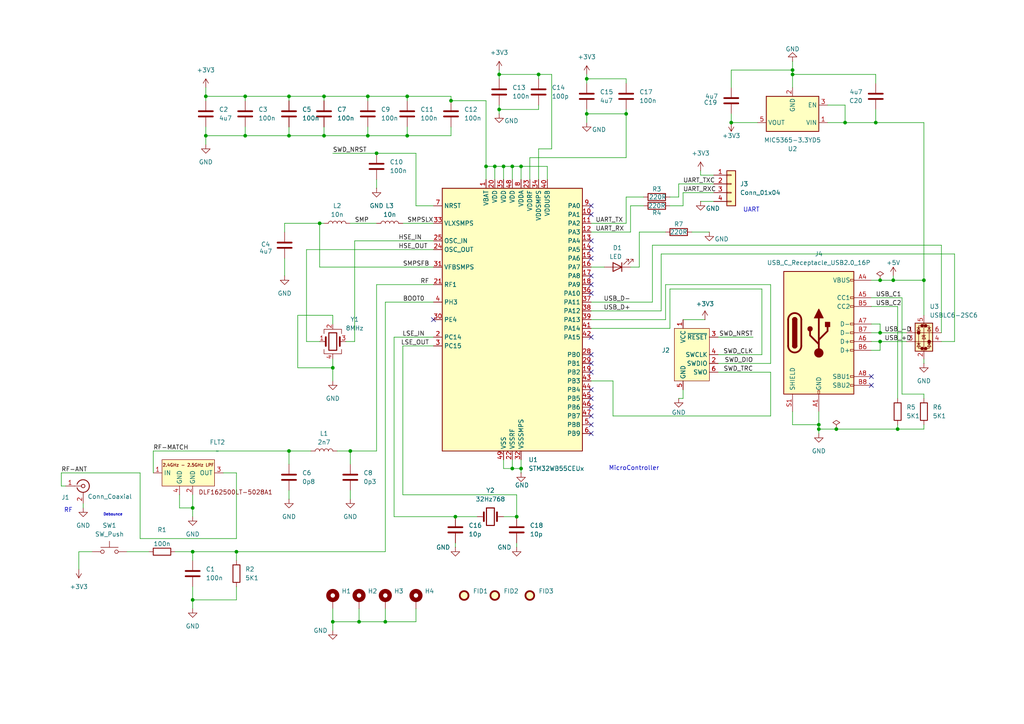
<source format=kicad_sch>
(kicad_sch (version 20250114) (generator "eeschema") (generator_version "9.0")
  (paper "A4")
  (title_block (title "STM32 Microcontroller Board") (comment 1 "By Afolabi Temidayo"))
  (lib_symbols
    (symbol "Connector:Conn_ARM_SWD_TagConnect_TC2030" (in_bom no)
      (property "Reference" "J" (at 2.54 11.43 0))
      (property "Value" "Conn_ARM_SWD_TagConnect_TC2030" (at 5.08 8.89 0))
      (symbol "Conn_ARM_SWD_TagConnect_TC2030_0_0"
        (pin power_in line (at -2.54 10.16 270) (length 2.54) (name "VCC") (number "1"))
        (pin power_in line (at -2.54 -10.16 90) (length 2.54) (name "GND") (number "5"))
        (pin open_collector line (at 7.62 5.08 180) (length 2.54) (name "~{RESET}") (number "3"))
        (pin output line (at 7.62 0 180) (length 2.54) (name "SWCLK") (number "4"))
        (pin bidirectional line (at 7.62 -2.54 180) (length 2.54) (name "SWDIO") (number "2"))
        (pin input line (at 7.62 -5.08 180) (length 2.54) (name "SWO") (number "6"))
      )
    )
    (symbol "Connector:Conn_Coaxial" (pin_names (offset 1.016) (hide yes))
      (property "Reference" "J" (at 0.254 3.048 0))
      (property "Value" "Conn_Coaxial" (at 2.921 0 90))
      (symbol "Conn_Coaxial_1_1"
        (pin passive line (at -5.08 0 0) (length 2.54) (name "In") (number "1"))
        (pin passive line (at 0 -5.08 90) (length 2.54) (name "Ext") (number "2"))
      )
    )
    (symbol "Connector:USB_C_Receptacle_USB2.0_16P" (pin_names (offset 1.016))
      (property "Reference" "J" (at 0 22.225 0))
      (property "Value" "USB_C_Receptacle_USB2.0_16P" (at 0 19.685 0))
      (symbol "USB_C_Receptacle_USB2.0_16P_1_1"
        (pin passive line (at -7.62 -22.86 90) (length 5.08) (name "SHIELD") (number "S1"))
        (pin passive line (at 0 -22.86 90) (length 5.08) (name "GND") (number "A1"))
        (pin passive line (at 0 -22.86 90) (length 5.08) (hide yes) (name "GND") (number "A12"))
        (pin passive line (at 0 -22.86 90) (length 5.08) (hide yes) (name "GND") (number "B1"))
        (pin passive line (at 0 -22.86 90) (length 5.08) (hide yes) (name "GND") (number "B12"))
        (pin passive line (at 15.24 15.24 180) (length 5.08) (name "VBUS") (number "A4"))
        (pin passive line (at 15.24 15.24 180) (length 5.08) (hide yes) (name "VBUS") (number "A9"))
        (pin passive line (at 15.24 15.24 180) (length 5.08) (hide yes) (name "VBUS") (number "B4"))
        (pin passive line (at 15.24 15.24 180) (length 5.08) (hide yes) (name "VBUS") (number "B9"))
        (pin bidirectional line (at 15.24 10.16 180) (length 5.08) (name "CC1") (number "A5"))
        (pin bidirectional line (at 15.24 7.62 180) (length 5.08) (name "CC2") (number "B5"))
        (pin bidirectional line (at 15.24 2.54 180) (length 5.08) (name "D-") (number "A7"))
        (pin bidirectional line (at 15.24 0 180) (length 5.08) (name "D-") (number "B7"))
        (pin bidirectional line (at 15.24 -2.54 180) (length 5.08) (name "D+") (number "A6"))
        (pin bidirectional line (at 15.24 -5.08 180) (length 5.08) (name "D+") (number "B6"))
        (pin bidirectional line (at 15.24 -12.7 180) (length 5.08) (name "SBU1") (number "A8"))
        (pin bidirectional line (at 15.24 -15.24 180) (length 5.08) (name "SBU2") (number "B8"))
      )
    )
    (symbol "Connector_Generic:Conn_01x04" (pin_names (offset 1.016) (hide yes))
      (property "Reference" "J" (at 0 5.08 0))
      (property "Value" "Conn_01x04" (at 0 -7.62 0))
      (symbol "Conn_01x04_1_1"
        (pin passive line (at -5.08 2.54 0) (length 3.81) (name "Pin_1") (number "1"))
        (pin passive line (at -5.08 0 0) (length 3.81) (name "Pin_2") (number "2"))
        (pin passive line (at -5.08 -2.54 0) (length 3.81) (name "Pin_3") (number "3"))
        (pin passive line (at -5.08 -5.08 0) (length 3.81) (name "Pin_4") (number "4"))
      )
    )
    (symbol "DLF162500LT_1"
      (property "Reference" "FLT" (at 1.778 10.16 0))
      (symbol "DLF162500LT_1_0_0"
        (pin passive line (at -7.62 5.08 0) (length 2.54) (name "IN") (number "1"))
        (pin passive line (at 0 -1.27 90) (length 2.54) (name "GND") (number "4"))
        (pin passive line (at 3.81 -1.27 90) (length 2.54) (name "GND") (number "2"))
        (pin passive line (at 12.7 5.08 180) (length 2.54) (name "OUT") (number "3"))
      )
      (symbol "DLF162500LT_1_1_1"
        (text "2.4GHz - 2.5GHz LPF\n" (at 2.54 7.366 0) (effects (font (size 0.889 0.889))))
        (text "DLF162500LT-5028A1\n" (at 16.256 -0.508 0) (effects (font (size 1.27 1.27))))
      )
    )
    (symbol "Device:C" (pin_numbers (hide yes)) (pin_names (offset 0.254))
      (property "Reference" "C" (at 0.635 2.54 0))
      (property "Value" "C" (at 0.635 -2.54 0))
      (symbol "C_1_1"
        (pin passive line (at 0 3.81 270) (length 2.794) (name "~") (number "1"))
        (pin passive line (at 0 -3.81 90) (length 2.794) (name "~") (number "2"))
      )
    )
    (symbol "Device:Crystal" (pin_numbers (hide yes)) (pin_names (offset 1.016) (hide yes))
      (property "Reference" "Y" (at 0 3.81 0))
      (property "Value" "Crystal" (at 0 -3.81 0))
      (symbol "Crystal_1_1"
        (pin passive line (at -3.81 0 0) (length 1.27) (name "1") (number "1"))
        (pin passive line (at 3.81 0 180) (length 1.27) (name "2") (number "2"))
      )
    )
    (symbol "Device:Crystal_GND24" (pin_names (offset 1.016) (hide yes))
      (property "Reference" "Y" (at 3.175 5.08 0))
      (property "Value" "Crystal_GND24" (at 3.175 3.175 0))
      (symbol "Crystal_GND24_1_1"
        (pin passive line (at -3.81 0 0) (length 1.27) (name "1") (number "1"))
        (pin passive line (at 0 5.08 270) (length 1.27) (name "2") (number "2"))
        (pin passive line (at 0 -5.08 90) (length 1.27) (name "4") (number "4"))
        (pin passive line (at 3.81 0 180) (length 1.27) (name "3") (number "3"))
      )
    )
    (symbol "Device:L" (pin_numbers (hide yes)) (pin_names (offset 1.016) (hide yes))
      (property "Reference" "L" (at -1.27 0 90))
      (property "Value" "L" (at 1.905 0 90))
      (symbol "L_1_1"
        (pin passive line (at 0 3.81 270) (length 1.27) (name "1") (number "1"))
        (pin passive line (at 0 -3.81 90) (length 1.27) (name "2") (number "2"))
      )
    )
    (symbol "Device:LED" (pin_numbers (hide yes)) (pin_names (offset 1.016) (hide yes))
      (property "Reference" "D" (at 0 2.54 0))
      (property "Value" "LED" (at 0 -2.54 0))
      (symbol "LED_1_1"
        (pin passive line (at -3.81 0 0) (length 2.54) (name "K") (number "1"))
        (pin passive line (at 3.81 0 180) (length 2.54) (name "A") (number "2"))
      )
    )
    (symbol "Device:R" (pin_numbers (hide yes)) (pin_names (offset 0))
      (property "Reference" "R" (at 2.032 0 90))
      (property "Value" "R" (at 0 0 90))
      (symbol "R_1_1"
        (pin passive line (at 0 3.81 270) (length 1.27) (name "~") (number "1"))
        (pin passive line (at 0 -3.81 90) (length 1.27) (name "~") (number "2"))
      )
    )
    (symbol "MCU_ST_STM32WB:STM32WB55CEUx"
      (property "Reference" "U" (at -20.32 39.37 0))
      (property "Value" "STM32WB55CEUx" (at 12.7 39.37 0))
      (symbol "STM32WB55CEUx_1_1"
        (pin input line (at -22.86 33.02 0) (length 2.54) (name "NRST") (number "7"))
        (pin power_in line (at -22.86 27.94 0) (length 2.54) (name "VLXSMPS") (number "33"))
        (pin input line (at -22.86 22.86 0) (length 2.54) (name "OSC_IN") (number "25"))
        (pin input line (at -22.86 20.32 0) (length 2.54) (name "OSC_OUT") (number "24"))
        (pin input line (at -22.86 15.24 0) (length 2.54) (name "VFBSMPS") (number "31"))
        (pin bidirectional line (at -22.86 10.16 0) (length 2.54) (name "RF1") (number "21"))
        (pin bidirectional line (at -22.86 5.08 0) (length 2.54) (name "PH3") (number "4"))
        (pin bidirectional line (at -22.86 0 0) (length 2.54) (name "PE4") (number "30"))
        (pin bidirectional line (at -22.86 -5.08 0) (length 2.54) (name "PC14") (number "2"))
        (pin bidirectional line (at -22.86 -7.62 0) (length 2.54) (name "PC15") (number "3"))
        (pin no_connect line (at -20.32 -35.56 0) (length 2.54) (hide yes) (name "AT1") (number "27"))
        (pin no_connect line (at -20.32 -38.1 0) (length 2.54) (hide yes) (name "AT0") (number "26"))
        (pin power_in line (at -7.62 40.64 270) (length 2.54) (name "VBAT") (number "1"))
        (pin power_in line (at -5.08 40.64 270) (length 2.54) (name "VDD") (number "20"))
        (pin power_in line (at -2.54 40.64 270) (length 2.54) (name "VDD") (number "35"))
        (pin power_in line (at -2.54 -40.64 90) (length 2.54) (name "VSS") (number "49"))
        (pin power_in line (at 0 40.64 270) (length 2.54) (name "VDD") (number "48"))
        (pin power_in line (at 0 -40.64 90) (length 2.54) (name "VSSRF") (number "22"))
        (pin power_in line (at 2.54 40.64 270) (length 2.54) (name "VDDA") (number "8"))
        (pin power_in line (at 2.54 -40.64 90) (length 2.54) (name "VSSSMPS") (number "32"))
        (pin power_in line (at 5.08 40.64 270) (length 2.54) (name "VDDRF") (number "23"))
        (pin power_in line (at 7.62 40.64 270) (length 2.54) (name "VDDSMPS") (number "34"))
        (pin power_in line (at 10.16 40.64 270) (length 2.54) (name "VDDUSB") (number "40"))
        (pin bidirectional line (at 22.86 33.02 180) (length 2.54) (name "PA0") (number "9"))
        (pin bidirectional line (at 22.86 30.48 180) (length 2.54) (name "PA1") (number "10"))
        (pin bidirectional line (at 22.86 27.94 180) (length 2.54) (name "PA2") (number "11"))
        (pin bidirectional line (at 22.86 25.4 180) (length 2.54) (name "PA3") (number "12"))
        (pin bidirectional line (at 22.86 22.86 180) (length 2.54) (name "PA4") (number "13"))
        (pin bidirectional line (at 22.86 20.32 180) (length 2.54) (name "PA5") (number "14"))
        (pin bidirectional line (at 22.86 17.78 180) (length 2.54) (name "PA6") (number "15"))
        (pin bidirectional line (at 22.86 15.24 180) (length 2.54) (name "PA7") (number "16"))
        (pin bidirectional line (at 22.86 12.7 180) (length 2.54) (name "PA8") (number "17"))
        (pin bidirectional line (at 22.86 10.16 180) (length 2.54) (name "PA9") (number "18"))
        (pin bidirectional line (at 22.86 7.62 180) (length 2.54) (name "PA10") (number "36"))
        (pin bidirectional line (at 22.86 5.08 180) (length 2.54) (name "PA11") (number "37"))
        (pin bidirectional line (at 22.86 2.54 180) (length 2.54) (name "PA12") (number "38"))
        (pin bidirectional line (at 22.86 0 180) (length 2.54) (name "PA13") (number "39"))
        (pin bidirectional line (at 22.86 -2.54 180) (length 2.54) (name "PA14") (number "41"))
        (pin bidirectional line (at 22.86 -5.08 180) (length 2.54) (name "PA15") (number "42"))
        (pin bidirectional line (at 22.86 -10.16 180) (length 2.54) (name "PB0") (number "28"))
        (pin bidirectional line (at 22.86 -12.7 180) (length 2.54) (name "PB1") (number "29"))
        (pin bidirectional line (at 22.86 -15.24 180) (length 2.54) (name "PB2") (number "19"))
        (pin bidirectional line (at 22.86 -17.78 180) (length 2.54) (name "PB3") (number "43"))
        (pin bidirectional line (at 22.86 -20.32 180) (length 2.54) (name "PB4") (number "44"))
        (pin bidirectional line (at 22.86 -22.86 180) (length 2.54) (name "PB5") (number "45"))
        (pin bidirectional line (at 22.86 -25.4 180) (length 2.54) (name "PB6") (number "46"))
        (pin bidirectional line (at 22.86 -27.94 180) (length 2.54) (name "PB7") (number "47"))
        (pin bidirectional line (at 22.86 -30.48 180) (length 2.54) (name "PB8") (number "5"))
        (pin bidirectional line (at 22.86 -33.02 180) (length 2.54) (name "PB9") (number "6"))
      )
    )
    (symbol "Mechanical:Fiducial" (in_bom no)
      (property "Reference" "FID" (at 0 5.08 0))
      (property "Value" "Fiducial" (at 0 3.175 0))
    )
    (symbol "Mechanical:MountingHole_Pad" (pin_numbers (hide yes)) (pin_names (offset 1.016) (hide yes)) (in_bom no)
      (property "Reference" "H" (at 0 6.35 0))
      (property "Value" "MountingHole_Pad" (at 0 4.445 0))
      (symbol "MountingHole_Pad_1_1"
        (pin input line (at 0 -2.54 90) (length 2.54) (name "1") (number "1"))
      )
    )
    (symbol "Power_Protection:USBLC6-2SC6" (pin_names (hide yes))
      (property "Reference" "U" (at 0.635 5.715 0))
      (property "Value" "USBLC6-2SC6" (at 0.635 3.81 0))
      (symbol "USBLC6-2SC6_1_1"
        (pin passive line (at -5.08 0 0) (length 2.54) (name "I/O1") (number "1"))
        (pin passive line (at -5.08 -2.54 0) (length 2.54) (name "I/O2") (number "3"))
        (pin passive line (at 0 5.08 270) (length 2.54) (name "VBUS") (number "5"))
        (pin passive line (at 0 -7.62 90) (length 2.54) (name "GND") (number "2"))
        (pin passive line (at 5.08 0 180) (length 2.54) (name "I/O1") (number "6"))
        (pin passive line (at 5.08 -2.54 180) (length 2.54) (name "I/O2") (number "4"))
      )
    )
    (symbol "Regulator_Linear:MIC5365-3.3YD5"
      (property "Reference" "U" (at -7.62 6.35 0))
      (property "Value" "MIC5365-3.3YD5" (at 0 6.35 0))
      (symbol "MIC5365-3.3YD5_1_1"
        (pin power_in line (at -10.16 2.54 0) (length 2.54) (name "VIN") (number "1"))
        (pin input line (at -10.16 -2.54 0) (length 2.54) (name "EN") (number "3"))
        (pin power_in line (at 0 -7.62 90) (length 2.54) (name "GND") (number "2"))
        (pin no_connect line (at 7.62 -2.54 180) (length 2.54) (hide yes) (name "NC") (number "4"))
        (pin power_out line (at 10.16 2.54 180) (length 2.54) (name "VOUT") (number "5"))
      )
    )
    (symbol "Switch:SW_Push" (pin_numbers (hide yes)) (pin_names (offset 1.016) (hide yes))
      (property "Reference" "SW" (at 1.27 2.54 0))
      (property "Value" "SW_Push" (at 0 -1.524 0))
      (symbol "SW_Push_0_1"
        (pin passive line (at -5.08 0 0) (length 2.54) (name "1") (number "1"))
        (pin passive line (at 5.08 0 180) (length 2.54) (name "2") (number "2"))
      )
    )
    (symbol "power:+3V3" (power) (pin_numbers (hide yes)) (pin_names (offset 0) (hide yes))
      (property "Value" "+3V3" (at 0 3.556 0))
      (symbol "+3V3_1_1"
        (pin power_in line (at 0 0 90) (length 0) (name "~") (number "1"))
      )
    )
    (symbol "power:+5V" (power) (pin_numbers (hide yes)) (pin_names (offset 0) (hide yes))
      (property "Value" "+5V" (at 0 3.556 0))
      (symbol "+5V_1_1"
        (pin power_in line (at 0 0 90) (length 0) (name "~") (number "1"))
      )
    )
    (symbol "power:GND" (power) (pin_numbers (hide yes)) (pin_names (offset 0) (hide yes))
      (property "Value" "GND" (at 0 -3.81 0))
      (symbol "GND_1_1"
        (pin power_in line (at 0 0 270) (length 0) (name "~") (number "1"))
      )
    )
    (symbol "power:PWR_FLAG" (power) (pin_numbers (hide yes)) (pin_names (offset 0) (hide yes))
      (property "Value" "PWR_FLAG" (at 0 3.81 0))
      (symbol "PWR_FLAG_0_0"
        (pin power_out line (at 0 0 90) (length 0) (name "~") (number "1"))
      )
    )
  )
  (text "Debounce\n" (at 32.766 149.352 0) (effects (font (size 0.762 0.762))))
  (text "MicroController\n" (at 183.896 135.89 0) (effects (font (size 1.27 1.27))))
  (text "UART\n" (at 217.932 60.96 0) (effects (font (size 1.27 1.27))))
  (text "RF\n" (at 19.812 148.082 0) (effects (font (size 1.27 1.27))))
  (junction (at 59.69 39.37))
  (junction (at 93.98 39.37))
  (junction (at 267.97 81.28))
  (junction (at 83.82 130.81))
  (junction (at 148.59 48.26))
  (junction (at 212.09 35.56))
  (junction (at 59.69 27.94))
  (junction (at 55.88 147.32))
  (junction (at 55.88 160.02))
  (junction (at 71.12 39.37))
  (junction (at 245.11 35.56))
  (junction (at 237.49 123.19))
  (junction (at 255.27 99.06))
  (junction (at 104.14 180.34))
  (junction (at 242.57 124.46))
  (junction (at 254 35.56))
  (junction (at 181.61 33.02))
  (junction (at 101.6 130.81))
  (junction (at 68.58 160.02))
  (junction (at 229.87 20.32))
  (junction (at 255.27 96.52))
  (junction (at 106.68 39.37))
  (junction (at 140.97 48.26))
  (junction (at 118.11 39.37))
  (junction (at 55.88 173.99))
  (junction (at 255.27 81.28))
  (junction (at 143.51 48.26))
  (junction (at 130.81 29.21))
  (junction (at 237.49 124.46))
  (junction (at 96.52 180.34))
  (junction (at 156.21 21.59))
  (junction (at 106.68 27.94))
  (junction (at 132.08 149.86))
  (junction (at 109.22 44.45))
  (junction (at 92.71 64.77))
  (junction (at 146.05 48.26))
  (junction (at 83.82 39.37))
  (junction (at 151.13 48.26))
  (junction (at 170.18 22.86))
  (junction (at 118.11 27.94))
  (junction (at 229.87 21.59))
  (junction (at 260.35 124.46))
  (junction (at 151.13 135.89))
  (junction (at 148.59 135.89))
  (junction (at 71.12 27.94))
  (junction (at 149.86 149.86))
  (junction (at 144.78 31.75))
  (junction (at 259.08 81.28))
  (junction (at 170.18 33.02))
  (junction (at 144.78 21.59))
  (junction (at 96.52 106.68))
  (junction (at 83.82 27.94))
  (junction (at 93.98 27.94))
  (junction (at 111.76 180.34))
  (no_connect (at 171.45 123.19))
  (no_connect (at 125.73 92.71))
  (no_connect (at 171.45 120.65))
  (no_connect (at 171.45 115.57))
  (no_connect (at 171.45 125.73))
  (no_connect (at 171.45 82.55))
  (no_connect (at 252.73 111.76))
  (no_connect (at 171.45 85.09))
  (no_connect (at 171.45 62.23))
  (no_connect (at 171.45 59.69))
  (no_connect (at 171.45 118.11))
  (no_connect (at 171.45 102.87))
  (no_connect (at 171.45 80.01))
  (no_connect (at 171.45 113.03))
  (no_connect (at 171.45 74.93))
  (no_connect (at 171.45 105.41))
  (no_connect (at 171.45 107.95))
  (no_connect (at 252.73 109.22))
  (no_connect (at 171.45 97.79))
  (no_connect (at 171.45 72.39))
  (no_connect (at 171.45 69.85))
  (wire (pts (xy 185.42 67.31) (xy 185.42 77.47)))
  (wire (pts (xy 111.76 176.53) (xy 111.76 180.34)))
  (wire (pts (xy 71.12 39.37) (xy 83.82 39.37)))
  (wire (pts (xy 229.87 25.4) (xy 229.87 21.59)))
  (wire (pts (xy 82.55 64.77) (xy 92.71 64.77)))
  (wire (pts (xy 203.2 50.8) (xy 207.01 50.8)))
  (wire (pts (xy 149.86 157.48) (xy 149.86 158.75)))
  (wire (pts (xy 144.78 30.48) (xy 144.78 31.75)))
  (wire (pts (xy 255.27 93.98) (xy 255.27 96.52)))
  (wire (pts (xy 59.69 39.37) (xy 71.12 39.37)))
  (wire (pts (xy 203.2 49.53) (xy 203.2 50.8)))
  (wire (pts (xy 223.52 105.41) (xy 223.52 82.55)))
  (wire (pts (xy 88.9 72.39) (xy 125.73 72.39)))
  (wire (pts (xy 148.59 48.26) (xy 151.13 48.26)))
  (wire (pts (xy 132.08 149.86) (xy 138.43 149.86)))
  (wire (pts (xy 114.3 149.86) (xy 132.08 149.86)))
  (wire (pts (xy 17.78 140.97) (xy 19.05 140.97)))
  (wire (pts (xy 59.69 39.37) (xy 59.69 41.91)))
  (wire (pts (xy 59.69 36.83) (xy 59.69 39.37)))
  (wire (pts (xy 55.88 173.99) (xy 68.58 173.99)))
  (wire (pts (xy 146.05 133.35) (xy 146.05 135.89)))
  (wire (pts (xy 118.11 27.94) (xy 118.11 29.21)))
  (wire (pts (xy 170.18 33.02) (xy 181.61 33.02)))
  (wire (pts (xy 254 24.13) (xy 254 21.59)))
  (wire (pts (xy 196.85 53.34) (xy 207.01 53.34)))
  (wire (pts (xy 104.14 180.34) (xy 111.76 180.34)))
  (wire (pts (xy 177.8 110.49) (xy 177.8 120.65)))
  (wire (pts (xy 149.86 143.51) (xy 149.86 149.86)))
  (wire (pts (xy 149.86 149.86) (xy 146.05 149.86)))
  (wire (pts (xy 194.31 57.15) (xy 196.85 57.15)))
  (wire (pts (xy 194.31 95.25) (xy 194.31 83.82)))
  (wire (pts (xy 191.77 73.66) (xy 276.86 73.66)))
  (wire (pts (xy 86.36 106.68) (xy 96.52 106.68)))
  (wire (pts (xy 198.12 115.57) (xy 198.12 113.03)))
  (wire (pts (xy 252.73 93.98) (xy 255.27 93.98)))
  (wire (pts (xy 109.22 82.55) (xy 125.73 82.55)))
  (wire (pts (xy 71.12 36.83) (xy 71.12 39.37)))
  (wire (pts (xy 153.67 52.07) (xy 153.67 45.72)))
  (wire (pts (xy 267.97 35.56) (xy 267.97 81.28)))
  (wire (pts (xy 151.13 48.26) (xy 158.75 48.26)))
  (wire (pts (xy 102.87 69.85) (xy 102.87 99.06)))
  (wire (pts (xy 273.05 71.12) (xy 273.05 96.52)))
  (wire (pts (xy 245.11 35.56) (xy 254 35.56)))
  (wire (pts (xy 240.03 35.56) (xy 245.11 35.56)))
  (wire (pts (xy 44.45 137.16) (xy 44.45 130.81)))
  (wire (pts (xy 106.68 39.37) (xy 118.11 39.37)))
  (wire (pts (xy 229.87 20.32) (xy 229.87 21.59)))
  (wire (pts (xy 189.23 71.12) (xy 273.05 71.12)))
  (wire (pts (xy 170.18 21.59) (xy 170.18 22.86)))
  (wire (pts (xy 132.08 157.48) (xy 132.08 158.75)))
  (wire (pts (xy 171.45 90.17) (xy 191.77 90.17)))
  (wire (pts (xy 151.13 135.89) (xy 151.13 137.16)))
  (wire (pts (xy 116.84 64.77) (xy 125.73 64.77)))
  (wire (pts (xy 254 35.56) (xy 254 31.75)))
  (wire (pts (xy 116.84 100.33) (xy 116.84 143.51)))
  (wire (pts (xy 118.11 36.83) (xy 118.11 39.37)))
  (wire (pts (xy 170.18 22.86) (xy 181.61 22.86)))
  (wire (pts (xy 92.71 77.47) (xy 125.73 77.47)))
  (wire (pts (xy 252.73 99.06) (xy 255.27 99.06)))
  (wire (pts (xy 259.08 81.28) (xy 267.97 81.28)))
  (wire (pts (xy 93.98 27.94) (xy 93.98 29.21)))
  (wire (pts (xy 170.18 31.75) (xy 170.18 33.02)))
  (wire (pts (xy 97.79 130.81) (xy 101.6 130.81)))
  (wire (pts (xy 104.14 176.53) (xy 104.14 180.34)))
  (wire (pts (xy 276.86 99.06) (xy 273.05 99.06)))
  (wire (pts (xy 50.8 160.02) (xy 55.88 160.02)))
  (wire (pts (xy 55.88 147.32) (xy 52.07 147.32)))
  (wire (pts (xy 44.45 130.81) (xy 83.82 130.81)))
  (wire (pts (xy 71.12 27.94) (xy 83.82 27.94)))
  (wire (pts (xy 189.23 87.63) (xy 171.45 87.63)))
  (wire (pts (xy 223.52 82.55) (xy 193.04 82.55)))
  (wire (pts (xy 198.12 115.57) (xy 196.85 115.57)))
  (wire (pts (xy 111.76 87.63) (xy 111.76 160.02)))
  (wire (pts (xy 114.3 97.79) (xy 114.3 149.86)))
  (wire (pts (xy 96.52 106.68) (xy 96.52 104.14)))
  (wire (pts (xy 106.68 27.94) (xy 118.11 27.94)))
  (wire (pts (xy 229.87 17.78) (xy 229.87 20.32)))
  (wire (pts (xy 254 21.59) (xy 229.87 21.59)))
  (wire (pts (xy 93.98 36.83) (xy 93.98 39.37)))
  (wire (pts (xy 68.58 156.21) (xy 40.64 156.21)))
  (wire (pts (xy 96.52 180.34) (xy 104.14 180.34)))
  (wire (pts (xy 156.21 52.07) (xy 156.21 43.18)))
  (wire (pts (xy 261.62 114.3) (xy 267.97 114.3)))
  (wire (pts (xy 96.52 106.68) (xy 96.52 110.49)))
  (wire (pts (xy 223.52 120.65) (xy 223.52 107.95)))
  (wire (pts (xy 88.9 72.39) (xy 88.9 99.06)))
  (wire (pts (xy 88.9 99.06) (xy 92.71 99.06)))
  (wire (pts (xy 68.58 160.02) (xy 55.88 160.02)))
  (wire (pts (xy 181.61 22.86) (xy 181.61 24.13)))
  (wire (pts (xy 101.6 64.77) (xy 109.22 64.77)))
  (wire (pts (xy 185.42 67.31) (xy 193.04 67.31)))
  (wire (pts (xy 83.82 27.94) (xy 83.82 29.21)))
  (wire (pts (xy 82.55 64.77) (xy 82.55 67.31)))
  (wire (pts (xy 153.67 45.72) (xy 181.61 45.72)))
  (wire (pts (xy 259.08 80.01) (xy 259.08 81.28)))
  (wire (pts (xy 148.59 48.26) (xy 148.59 52.07)))
  (wire (pts (xy 181.61 57.15) (xy 181.61 64.77)))
  (wire (pts (xy 118.11 39.37) (xy 130.81 39.37)))
  (wire (pts (xy 83.82 27.94) (xy 93.98 27.94)))
  (wire (pts (xy 200.66 67.31) (xy 205.74 67.31)))
  (wire (pts (xy 101.6 142.24) (xy 101.6 144.78)))
  (wire (pts (xy 212.09 20.32) (xy 212.09 25.4)))
  (wire (pts (xy 229.87 123.19) (xy 237.49 123.19)))
  (wire (pts (xy 254 35.56) (xy 267.97 35.56)))
  (wire (pts (xy 242.57 124.46) (xy 237.49 124.46)))
  (wire (pts (xy 170.18 33.02) (xy 170.18 35.56)))
  (wire (pts (xy 68.58 162.56) (xy 68.58 160.02)))
  (wire (pts (xy 208.28 107.95) (xy 223.52 107.95)))
  (wire (pts (xy 156.21 30.48) (xy 156.21 31.75)))
  (wire (pts (xy 86.36 91.44) (xy 86.36 106.68)))
  (wire (pts (xy 276.86 73.66) (xy 276.86 99.06)))
  (wire (pts (xy 267.97 124.46) (xy 260.35 124.46)))
  (wire (pts (xy 125.73 100.33) (xy 116.84 100.33)))
  (wire (pts (xy 143.51 48.26) (xy 146.05 48.26)))
  (wire (pts (xy 120.65 59.69) (xy 125.73 59.69)))
  (wire (pts (xy 68.58 173.99) (xy 68.58 170.18)))
  (wire (pts (xy 17.78 137.16) (xy 17.78 140.97)))
  (wire (pts (xy 260.35 88.9) (xy 260.35 115.57)))
  (wire (pts (xy 156.21 31.75) (xy 144.78 31.75)))
  (wire (pts (xy 93.98 64.77) (xy 92.71 64.77)))
  (wire (pts (xy 252.73 81.28) (xy 255.27 81.28)))
  (wire (pts (xy 171.45 110.49) (xy 177.8 110.49)))
  (wire (pts (xy 194.31 83.82) (xy 220.98 83.82)))
  (wire (pts (xy 240.03 30.48) (xy 245.11 30.48)))
  (wire (pts (xy 160.02 21.59) (xy 156.21 21.59)))
  (wire (pts (xy 96.52 93.98) (xy 96.52 91.44)))
  (wire (pts (xy 106.68 27.94) (xy 106.68 29.21)))
  (wire (pts (xy 144.78 31.75) (xy 144.78 33.02)))
  (wire (pts (xy 198.12 59.69) (xy 194.31 59.69)))
  (wire (pts (xy 140.97 48.26) (xy 143.51 48.26)))
  (wire (pts (xy 160.02 43.18) (xy 160.02 21.59)))
  (wire (pts (xy 212.09 35.56) (xy 212.09 33.02)))
  (wire (pts (xy 64.77 137.16) (xy 68.58 137.16)))
  (wire (pts (xy 83.82 142.24) (xy 83.82 144.78)))
  (wire (pts (xy 237.49 123.19) (xy 237.49 124.46)))
  (wire (pts (xy 252.73 101.6) (xy 255.27 101.6)))
  (wire (pts (xy 111.76 87.63) (xy 125.73 87.63)))
  (wire (pts (xy 130.81 39.37) (xy 130.81 36.83)))
  (wire (pts (xy 156.21 43.18) (xy 160.02 43.18)))
  (wire (pts (xy 181.61 57.15) (xy 186.69 57.15)))
  (wire (pts (xy 55.88 147.32) (xy 55.88 149.86)))
  (wire (pts (xy 130.81 29.21) (xy 130.81 27.94)))
  (wire (pts (xy 116.84 143.51) (xy 149.86 143.51)))
  (wire (pts (xy 106.68 36.83) (xy 106.68 39.37)))
  (wire (pts (xy 111.76 180.34) (xy 120.65 180.34)))
  (wire (pts (xy 171.45 77.47) (xy 175.26 77.47)))
  (wire (pts (xy 148.59 135.89) (xy 151.13 135.89)))
  (wire (pts (xy 181.61 45.72) (xy 181.61 33.02)))
  (wire (pts (xy 102.87 69.85) (xy 125.73 69.85)))
  (wire (pts (xy 40.64 156.21) (xy 40.64 137.16)))
  (wire (pts (xy 255.27 101.6) (xy 255.27 99.06)))
  (wire (pts (xy 146.05 48.26) (xy 148.59 48.26)))
  (wire (pts (xy 255.27 96.52) (xy 262.89 96.52)))
  (wire (pts (xy 198.12 55.88) (xy 198.12 59.69)))
  (wire (pts (xy 261.62 86.36) (xy 261.62 114.3)))
  (wire (pts (xy 83.82 39.37) (xy 93.98 39.37)))
  (wire (pts (xy 148.59 133.35) (xy 148.59 135.89)))
  (wire (pts (xy 144.78 22.86) (xy 144.78 21.59)))
  (wire (pts (xy 82.55 74.93) (xy 82.55 80.01)))
  (wire (pts (xy 208.28 97.79) (xy 218.44 97.79)))
  (wire (pts (xy 36.83 160.02) (xy 43.18 160.02)))
  (wire (pts (xy 181.61 64.77) (xy 171.45 64.77)))
  (wire (pts (xy 255.27 81.28) (xy 259.08 81.28)))
  (wire (pts (xy 68.58 137.16) (xy 68.58 156.21)))
  (wire (pts (xy 130.81 29.21) (xy 140.97 29.21)))
  (wire (pts (xy 151.13 48.26) (xy 151.13 52.07)))
  (wire (pts (xy 267.97 123.19) (xy 267.97 124.46)))
  (wire (pts (xy 71.12 27.94) (xy 71.12 29.21)))
  (wire (pts (xy 220.98 83.82) (xy 220.98 102.87)))
  (wire (pts (xy 55.88 160.02) (xy 55.88 162.56)))
  (wire (pts (xy 171.45 95.25) (xy 194.31 95.25)))
  (wire (pts (xy 198.12 55.88) (xy 207.01 55.88)))
  (wire (pts (xy 208.28 105.41) (xy 223.52 105.41)))
  (wire (pts (xy 219.71 35.56) (xy 212.09 35.56)))
  (wire (pts (xy 55.88 173.99) (xy 55.88 176.53)))
  (wire (pts (xy 196.85 57.15) (xy 196.85 53.34)))
  (wire (pts (xy 156.21 21.59) (xy 156.21 22.86)))
  (wire (pts (xy 96.52 176.53) (xy 96.52 180.34)))
  (wire (pts (xy 143.51 48.26) (xy 143.51 52.07)))
  (wire (pts (xy 267.97 104.14) (xy 267.97 105.41)))
  (wire (pts (xy 144.78 21.59) (xy 156.21 21.59)))
  (wire (pts (xy 252.73 96.52) (xy 255.27 96.52)))
  (wire (pts (xy 186.69 59.69) (xy 182.88 59.69)))
  (wire (pts (xy 245.11 30.48) (xy 245.11 35.56)))
  (wire (pts (xy 96.52 180.34) (xy 96.52 182.88)))
  (wire (pts (xy 144.78 20.32) (xy 144.78 21.59)))
  (wire (pts (xy 185.42 77.47) (xy 182.88 77.47)))
  (wire (pts (xy 229.87 20.32) (xy 212.09 20.32)))
  (wire (pts (xy 229.87 119.38) (xy 229.87 123.19)))
  (wire (pts (xy 151.13 135.89) (xy 151.13 133.35)))
  (wire (pts (xy 55.88 143.51) (xy 55.88 147.32)))
  (wire (pts (xy 59.69 29.21) (xy 59.69 27.94)))
  (wire (pts (xy 109.22 44.45) (xy 120.65 44.45)))
  (wire (pts (xy 101.6 130.81) (xy 101.6 134.62)))
  (wire (pts (xy 182.88 67.31) (xy 171.45 67.31)))
  (wire (pts (xy 83.82 130.81) (xy 83.82 134.62)))
  (wire (pts (xy 203.2 58.42) (xy 207.01 58.42)))
  (wire (pts (xy 267.97 81.28) (xy 267.97 91.44)))
  (wire (pts (xy 177.8 120.65) (xy 223.52 120.65)))
  (wire (pts (xy 193.04 82.55) (xy 193.04 92.71)))
  (wire (pts (xy 158.75 48.26) (xy 158.75 52.07)))
  (wire (pts (xy 59.69 25.4) (xy 59.69 27.94)))
  (wire (pts (xy 237.49 124.46) (xy 237.49 125.73)))
  (wire (pts (xy 93.98 27.94) (xy 106.68 27.94)))
  (wire (pts (xy 55.88 170.18) (xy 55.88 173.99)))
  (wire (pts (xy 83.82 36.83) (xy 83.82 39.37)))
  (wire (pts (xy 96.52 44.45) (xy 109.22 44.45)))
  (wire (pts (xy 267.97 114.3) (xy 267.97 115.57)))
  (wire (pts (xy 140.97 29.21) (xy 140.97 48.26)))
  (wire (pts (xy 92.71 64.77) (xy 92.71 77.47)))
  (wire (pts (xy 120.65 176.53) (xy 120.65 180.34)))
  (wire (pts (xy 182.88 59.69) (xy 182.88 67.31)))
  (wire (pts (xy 114.3 97.79) (xy 125.73 97.79)))
  (wire (pts (xy 24.13 146.05) (xy 24.13 147.32)))
  (wire (pts (xy 83.82 130.81) (xy 90.17 130.81)))
  (wire (pts (xy 109.22 82.55) (xy 109.22 130.81)))
  (wire (pts (xy 171.45 92.71) (xy 193.04 92.71)))
  (wire (pts (xy 68.58 160.02) (xy 111.76 160.02)))
  (wire (pts (xy 260.35 124.46) (xy 242.57 124.46)))
  (wire (pts (xy 255.27 99.06) (xy 262.89 99.06)))
  (wire (pts (xy 22.86 160.02) (xy 26.67 160.02)))
  (wire (pts (xy 59.69 27.94) (xy 71.12 27.94)))
  (wire (pts (xy 237.49 123.19) (xy 237.49 119.38)))
  (wire (pts (xy 22.86 165.1) (xy 22.86 160.02)))
  (wire (pts (xy 208.28 102.87) (xy 220.98 102.87)))
  (wire (pts (xy 109.22 52.07) (xy 109.22 54.61)))
  (wire (pts (xy 191.77 90.17) (xy 191.77 73.66)))
  (wire (pts (xy 118.11 27.94) (xy 130.81 27.94)))
  (wire (pts (xy 146.05 135.89) (xy 148.59 135.89)))
  (wire (pts (xy 170.18 24.13) (xy 170.18 22.86)))
  (wire (pts (xy 17.78 137.16) (xy 40.64 137.16)))
  (wire (pts (xy 252.73 88.9) (xy 260.35 88.9)))
  (wire (pts (xy 198.12 92.71) (xy 204.47 92.71)))
  (wire (pts (xy 252.73 86.36) (xy 261.62 86.36)))
  (wire (pts (xy 96.52 91.44) (xy 86.36 91.44)))
  (wire (pts (xy 120.65 44.45) (xy 120.65 59.69)))
  (wire (pts (xy 181.61 31.75) (xy 181.61 33.02)))
  (wire (pts (xy 260.35 123.19) (xy 260.35 124.46)))
  (wire (pts (xy 93.98 39.37) (xy 106.68 39.37)))
  (wire (pts (xy 101.6 130.81) (xy 109.22 130.81)))
  (wire (pts (xy 146.05 48.26) (xy 146.05 52.07)))
  (wire (pts (xy 52.07 147.32) (xy 52.07 143.51)))
  (wire (pts (xy 102.87 99.06) (xy 100.33 99.06)))
  (wire (pts (xy 140.97 48.26) (xy 140.97 52.07)))
  (wire (pts (xy 189.23 87.63) (xy 189.23 71.12)))
  (label "SWD_NRST" (at 218.44 97.79 180))
  (label "RF" (at 121.92 82.55 0))
  (label "SWD_DIO" (at 218.44 105.41 180))
  (label "UART_RXC" (at 198.12 55.88 0))
  (label "USB_+D" (at 256.54 99.06 0) (property "Netclass" "USB" (effects (hide yes))))
  (label "UART_TX" (at 172.72 64.77 0))
  (label "RF-ANT" (at 17.78 137.16 0))
  (label "USB_D+" (at 182.88 90.17 180))
  (label "RF-MATCH" (at 44.45 130.81 0))
  (label "USB_D-" (at 182.88 87.63 180) (property "Netclass" "USB" (effects (hide yes))))
  (label "USB_-D" (at 256.54 96.52 0) (property "Netclass" "USB" (effects (hide yes))))
  (label "HSE_OUT" (at 115.57 72.39 0))
  (label "SMPSLX" (at 118.11 64.77 0))
  (label "USB_C1" (at 254 86.36 0) (property "Netclass" "USB" (effects (hide yes))))
  (label "USB_C2" (at 254 88.9 0) (property "Netclass" "USB" (effects (hide yes))))
  (label "BOOT0" (at 116.84 87.63 0))
  (label "SWD_CLK" (at 218.44 102.87 180))
  (label "SWD_TRC" (at 218.44 107.95 180))
  (label "SWD_NRST" (at 96.52 44.45 0))
  (label "HSE_IN" (at 115.57 69.85 0))
  (label "LSE_OUT" (at 124.46 100.33 180))
  (label "SMPSFB" (at 116.84 77.47 0))
  (label "UART_RX" (at 172.72 67.31 0))
  (label "LSE_IN" (at 123.19 97.79 180))
  (label "SMP" (at 102.87 64.77 0))
  (label "UART_TXC" (at 198.12 53.34 0))
  (symbol (lib_id "Device:Crystal_GND24") (at 96.52 99.06 0) (unit 1)
    (property "Reference" "Y1" (at 102.87 92.6398 0))
    (property "Value" "8MHz" (at 102.87 95.1798 0))
    (property "Footprint" "Crystal:Crystal_SMD_2016-4Pin_2.0x1.6mm" (effects (hide yes)))
    (property "Description" "Four pin crystal, GND on pins 2 and 4" (effects (hide yes)))
    (property "Manufacturer" "38 MHz SMD crystal (2016, 4-pin)" (effects (hide yes)))
  )
  (symbol (lib_id "Connector:Conn_ARM_SWD_TagConnect_TC2030") (at 200.66 102.87 0) (unit 1) (in_bom no)
    (property "Reference" "J2" (at 194.31 101.5999 0) (effects (justify right)))
    (property "Value" "Conn_ARM_SWD_TagConnect_TC2030" (effects (hide yes)))
    (property "Footprint" "Connector:Tag-Connect_TC2030-IDC-FP_2x03_P1.27mm_Vertical" (effects (hide yes)))
    (property "Datasheet" "https://www.tag-connect.com/wp-content/uploads/bsk-pdf-manager/TC2030-CTX_1.pdf" (effects (hide yes)))
    (property "Description" "Tag-Connect ARM Cortex SWD JTAG connector, 6 pin" (effects (hide yes)))
    (property "Manufacturer" "Tag-Connect" (effects (hide yes)))
  )
  (symbol (lib_id "power:GND") (at 83.82 144.78 0) (unit 1)
    (property "Reference" "#PWR08" (effects (hide yes)))
    (property "Value" "GND" (at 83.82 149.86 0))
    (property "Description" "Power symbol creates a global label with name \"GND\" , ground" (effects (hide yes)))
  )
  (symbol (lib_id "power:GND") (at 59.69 41.91 0) (unit 1)
    (property "Reference" "#PWR06" (effects (hide yes)))
    (property "Value" "GND" (at 59.69 46.99 0))
    (property "Description" "Power symbol creates a global label with name \"GND\" , ground" (effects (hide yes)))
  )
  (symbol (lib_id "power:GND") (at 55.88 149.86 0) (unit 1)
    (property "Reference" "#PWR03" (effects (hide yes)))
    (property "Value" "GND" (at 55.88 154.94 0))
    (property "Description" "Power symbol creates a global label with name \"GND\" , ground" (effects (hide yes)))
  )
  (symbol (lib_id "Device:R") (at 190.5 59.69 90) (unit 1)
    (property "Reference" "R4" (at 190.5 61.722 90))
    (property "Value" "220R" (at 190.5 59.69 90))
    (property "Footprint" "Resistor_SMD:R_0402_1005Metric" (effects (hide yes)))
    (property "Description" "Resistor" (effects (hide yes)))
    (property "Manufacturer" "Yageo (or Samsung)" (effects (hide yes)))
  )
  (symbol (lib_id "Connector_Generic:Conn_01x04") (at 212.09 53.34 0) (unit 1)
    (property "Reference" "J3" (at 214.63 53.3399 0) (effects (justify left)))
    (property "Value" "Conn_01x04" (at 214.63 55.8799 0) (effects (justify left)))
    (property "Footprint" "Connector_Molex:Molex_PicoBlade_53048-0410_1x04_P1.25mm_Horizontal" (effects (hide yes)))
    (property "Description" "Generic connector, single row, 01x04, script generated (kicad-library-utils/schlib/autogen/connector/)" (effects (hide yes)))
  )
  (symbol (lib_id "power:GND") (at 55.88 176.53 0) (unit 1)
    (property "Reference" "#PWR04" (effects (hide yes)))
    (property "Value" "GND" (at 55.88 181.61 0))
    (property "Description" "Power symbol creates a global label with name \"GND\" , ground" (effects (hide yes)))
  )
  (symbol (lib_id "Device:R") (at 260.35 119.38 0) (unit 1)
    (property "Reference" "R5" (at 262.89 118.1099 0) (effects (justify left)))
    (property "Value" "5K1" (at 262.89 120.6499 0) (effects (justify left)))
    (property "Footprint" "Resistor_SMD:R_0402_1005Metric" (effects (hide yes)))
    (property "Description" "Resistor" (effects (hide yes)))
    (property "Manufacturer" "Yageo (or Samsung)" (effects (hide yes)))
  )
  (symbol (lib_id "Device:R") (at 68.58 166.37 0) (unit 1)
    (property "Reference" "R2" (at 71.12 165.0999 0) (effects (justify left)))
    (property "Value" "5K1" (at 71.12 167.6399 0) (effects (justify left)))
    (property "Footprint" "Resistor_SMD:R_0402_1005Metric" (effects (hide yes)))
    (property "Description" "Resistor" (effects (hide yes)))
    (property "Manufacturer" "Yageo (or Samsung)" (effects (hide yes)))
  )
  (symbol (lib_id "Device:C") (at 109.22 48.26 0) (unit 1)
    (property "Reference" "C10" (at 113.03 46.9899 0) (effects (justify left)))
    (property "Value" "100n" (at 113.03 49.5299 0) (effects (justify left)))
    (property "Footprint" "Capacitor_SMD:C_0402_1005Metric" (effects (hide yes)))
    (property "Datasheet" "https://www.samsungsem.com/resources/file/global/support/product_catalog/MLCC.pdf" (effects (hide yes)))
    (property "Description" "4.7uF+/-10% 16V X5R 0603" (effects (hide yes)))
    (property "Manufacturer" "Samsung" (effects (hide yes)))
    (property "Mannufacturer Part number" "CL10A475KO8NNNC" (effects (hide yes)))
    (property "LCSC" "C19666" (effects (hide yes)))
  )
  (symbol (lib_id "power:GND") (at 229.87 17.78 180) (unit 1)
    (property "Reference" "#PWR024" (effects (hide yes)))
    (property "Value" "GND" (at 229.87 14.224 0))
    (property "Description" "Power symbol creates a global label with name \"GND\" , ground" (effects (hide yes)))
  )
  (symbol (lib_id "power:+3V3") (at 170.18 21.59 0) (unit 1)
    (property "Reference" "#PWR015" (effects (hide yes)))
    (property "Value" "+3V3" (at 170.18 16.51 0))
    (property "Description" "Power symbol creates a global label with name \"+3V3\"" (effects (hide yes)))
  )
  (symbol (lib_id "Device:C") (at 118.11 33.02 0) (unit 1)
    (property "Reference" "C11" (at 121.92 31.7499 0) (effects (justify left)))
    (property "Value" "100n" (at 121.92 34.2899 0) (effects (justify left)))
    (property "Footprint" "Capacitor_SMD:C_0402_1005Metric" (effects (hide yes)))
    (property "Datasheet" "https://www.samsungsem.com/resources/file/global/support/product_catalog/MLCC.pdf" (effects (hide yes)))
    (property "Description" "4.7uF+/-10% 16V X5R 0603" (effects (hide yes)))
    (property "Manufacturer" "Samsung" (effects (hide yes)))
    (property "Mannufacturer Part number" "CL10A475KO8NNNC" (effects (hide yes)))
    (property "LCSC" "C19666" (effects (hide yes)))
  )
  (symbol (lib_id "Mechanical:MountingHole_Pad") (at 96.52 173.99 0) (unit 1) (in_bom no)
    (property "Reference" "H1" (at 99.06 171.4499 0) (effects (justify left)))
    (property "Value" "MountingHole_Pad" (effects (hide yes)))
    (property "Footprint" "MountingHole:MountingHole_2.2mm_M2_Pad_Via" (effects (hide yes)))
    (property "Description" "Mounting Hole with connection" (effects (hide yes)))
  )
  (symbol (lib_id "power:GND") (at 101.6 144.78 0) (unit 1)
    (property "Reference" "#PWR010" (effects (hide yes)))
    (property "Value" "GND" (at 101.6 149.86 0))
    (property "Description" "Power symbol creates a global label with name \"GND\" , ground" (effects (hide yes)))
  )
  (symbol (lib_id "Device:C") (at 83.82 33.02 0) (unit 1)
    (property "Reference" "C5" (at 87.63 31.7499 0) (effects (justify left)))
    (property "Value" "100n" (at 87.63 34.2899 0) (effects (justify left)))
    (property "Footprint" "Capacitor_SMD:C_0402_1005Metric" (effects (hide yes)))
    (property "Datasheet" "https://www.samsungsem.com/resources/file/global/support/product_catalog/MLCC.pdf" (effects (hide yes)))
    (property "Description" "4.7uF+/-10% 16V X5R 0603" (effects (hide yes)))
    (property "Manufacturer" "Samsung" (effects (hide yes)))
    (property "Mannufacturer Part number" "CL10A475KO8NNNC" (effects (hide yes)))
    (property "LCSC" "C19666" (effects (hide yes)))
  )
  (symbol (lib_id "Device:L") (at 97.79 64.77 90) (unit 1)
    (property "Reference" "L2" (at 97.79 59.69 90))
    (property "Value" "10n" (at 97.79 62.23 90))
    (property "Footprint" "Inductor_SMD:L_0402_1005Metric" (effects (hide yes)))
    (property "Description" "Inductor" (effects (hide yes)))
    (property "Manufacturer" "Murata / TDK" (effects (hide yes)))
  )
  (symbol (lib_id "power:+3V3") (at 59.69 25.4 0) (unit 1)
    (property "Reference" "#PWR05" (effects (hide yes)))
    (property "Value" "+3V3" (at 59.69 20.32 0))
    (property "Description" "Power symbol creates a global label with name \"+3V3\"" (effects (hide yes)))
  )
  (symbol (lib_id "Device:C") (at 71.12 33.02 0) (unit 1)
    (property "Reference" "C3" (at 74.93 31.7499 0) (effects (justify left)))
    (property "Value" "100n" (at 74.93 34.2899 0) (effects (justify left)))
    (property "Footprint" "Capacitor_SMD:C_0402_1005Metric" (effects (hide yes)))
    (property "Datasheet" "https://www.samsungsem.com/resources/file/global/support/product_catalog/MLCC.pdf" (effects (hide yes)))
    (property "Description" "4.7uF+/-10% 16V X5R 0603" (effects (hide yes)))
    (property "Manufacturer" "Samsung" (effects (hide yes)))
    (property "Mannufacturer Part number" "CL10A475KO8NNNC" (effects (hide yes)))
    (property "LCSC" "C19666" (effects (hide yes)))
  )
  (symbol (lib_id "Connector:Conn_Coaxial") (at 24.13 140.97 0) (unit 1)
    (property "Reference" "J1" (at 17.78 144.272 0) (effects (justify left)))
    (property "Value" "Conn_Coaxial" (at 25.4 144.018 0) (effects (justify left)))
    (property "Footprint" "Connector_Coaxial:U.FL_Hirose_U.FL-R-SMT-1_Vertical" (effects (hide yes)))
    (property "Datasheet" "https://www.hirose.com/product/p/CL0331-0472-2-01" (effects (hide yes)))
    (property "Description" "coaxial connector (BNC, SMA, SMB, SMC, Cinch/RCA, LEMO, ...)" (effects (hide yes)))
    (property "Manufacturer" "Hirose" (effects (hide yes)))
  )
  (symbol (lib_id "power:GND") (at 149.86 158.75 0) (unit 1)
    (property "Reference" "#PWR020" (effects (hide yes)))
    (property "Value" "GND" (at 146.304 158.75 0))
    (property "Description" "Power symbol creates a global label with name \"GND\" , ground" (effects (hide yes)))
  )
  (symbol (lib_id "power:+3V3") (at 144.78 20.32 0) (unit 1)
    (property "Reference" "#PWR012" (effects (hide yes)))
    (property "Value" "+3V3" (at 144.78 15.24 0))
    (property "Description" "Power symbol creates a global label with name \"+3V3\"" (effects (hide yes)))
  )
  (symbol (lib_name "DLF162500LT_1") (lib_id "DLF162500LT-5028A1:DLF162500LT") (at 52.07 142.24 0) (unit 1)
    (property "Reference" "FLT2" (at 63.0506 128.27 0))
    (property "Value" "~" (at 63.0506 130.81 0))
    (property "Footprint" "Multlayered Low Pass Filter:DLF162500LT-5028A1" (effects (hide yes)))
    (property "Datasheet" "https://product.tdk.com/info/en/documents/data_sheet/rf_lpf_dlf162500lt-5028a1_en.pdf" (effects (hide yes)))
    (property "Description" "2.4 GHz multilayer low-pass filter (Wi-Fi/BLE)" (effects (hide yes)))
    (property "Mannufacturer Part number" "DLF162500LT-5028A" (effects (hide yes)))
    (property "Manufacturer" "TDK" (effects (hide yes)))
  )
  (symbol (lib_id "power:+5V") (at 259.08 80.01 0) (unit 1)
    (property "Reference" "#PWR026" (effects (hide yes)))
    (property "Value" "+5V" (at 259.08 76.2 0))
    (property "Description" "Power symbol creates a global label with name \"+5V\"" (effects (hide yes)))
  )
  (symbol (lib_id "Device:C") (at 101.6 138.43 0) (unit 1)
    (property "Reference" "C8" (at 105.41 137.1599 0) (effects (justify left)))
    (property "Value" "0p3" (at 105.41 139.6999 0) (effects (justify left)))
    (property "Footprint" "Capacitor_SMD:C_0603_1608Metric" (effects (hide yes)))
    (property "Description" "Unpolarized capacitor" (effects (hide yes)))
  )
  (symbol (lib_id "Power_Protection:USBLC6-2SC6") (at 267.97 96.52 0) (unit 1)
    (property "Reference" "U3" (at 269.6211 88.9 0) (effects (justify left)))
    (property "Value" "USBLC6-2SC6" (at 269.6211 91.44 0) (effects (justify left)))
    (property "Footprint" "Package_TO_SOT_SMD:SOT-23-6" (effects (hide yes)))
    (property "Datasheet" "https://www.st.com/resource/en/datasheet/usblc6-2.pdf" (effects (hide yes)))
    (property "Description" "Very low capacitance ESD protection diode, 2 data-line, SOT-23-6" (effects (hide yes)))
  )
  (symbol (lib_id "Device:R") (at 196.85 67.31 90) (unit 1)
    (property "Reference" "R7" (at 196.85 65.024 90))
    (property "Value" "220R" (at 196.85 67.31 90))
    (property "Footprint" "Resistor_SMD:R_0402_1005Metric" (effects (hide yes)))
    (property "Description" "Resistor" (effects (hide yes)))
    (property "Manufacturer" "Yageo (or Samsung)" (effects (hide yes)))
  )
  (symbol (lib_id "Device:C") (at 106.68 33.02 0) (unit 1)
    (property "Reference" "C9" (at 110.49 31.7499 0) (effects (justify left)))
    (property "Value" "100n" (at 110.49 34.2899 0) (effects (justify left)))
    (property "Footprint" "Capacitor_SMD:C_0402_1005Metric" (effects (hide yes)))
    (property "Datasheet" "https://www.samsungsem.com/resources/file/global/support/product_catalog/MLCC.pdf" (effects (hide yes)))
    (property "Description" "4.7uF+/-10% 16V X5R 0603" (effects (hide yes)))
    (property "Manufacturer" "Samsung" (effects (hide yes)))
    (property "Mannufacturer Part number" "CL10A475KO8NNNC" (effects (hide yes)))
    (property "LCSC" "C19666" (effects (hide yes)))
  )
  (symbol (lib_id "Device:R") (at 190.5 57.15 90) (unit 1)
    (property "Reference" "R3" (at 190.5 54.864 90))
    (property "Value" "220R" (at 190.754 57.15 90))
    (property "Footprint" "Resistor_SMD:R_0402_1005Metric" (effects (hide yes)))
    (property "Description" "Resistor" (effects (hide yes)))
    (property "Manufacturer" "Yageo (or Samsung)" (effects (hide yes)))
  )
  (symbol (lib_id "power:+5V") (at 22.86 165.1 180) (unit 1)
    (property "Reference" "#PWR01" (effects (hide yes)))
    (property "Value" "+3V3" (at 22.86 170.18 0))
    (property "Description" "Power symbol creates a global label with name \"+5V\"" (effects (hide yes)))
  )
  (symbol (lib_id "Device:R") (at 46.99 160.02 90) (unit 1)
    (property "Reference" "R1" (at 46.99 153.67 90))
    (property "Value" "100n" (at 46.99 157.734 90))
    (property "Footprint" "Resistor_SMD:R_0402_1005Metric" (effects (hide yes)))
    (property "Description" "Resistor" (effects (hide yes)))
    (property "Manufacturer" "Yageo (or Samsung)" (effects (hide yes)))
  )
  (symbol (lib_id "Device:C") (at 212.09 29.21 180) (unit 1)
    (property "Reference" "C19" (at 208.026 29.718 0) (effects (justify left)))
    (property "Value" "4u7" (at 208.28 27.9401 0) (effects (justify left)))
    (property "Footprint" "Capacitor_SMD:C_0603_1608Metric" (effects (hide yes)))
    (property "Datasheet" "https://www.samsungsem.com/resources/file/global/support/product_catalog/MLCC.pdf" (effects (hide yes)))
    (property "Description" "4.7uF+/-10% 16V X5R 0603" (effects (hide yes)))
    (property "Manufacturer" "Samsung" (effects (hide yes)))
    (property "Mannufacturer Part number" "CL10A475KO8NNNC" (effects (hide yes)))
    (property "LCSC" "C19666" (effects (hide yes)))
  )
  (symbol (lib_id "Regulator_Linear:MIC5365-3.3YD5") (at 229.87 33.02 180) (unit 1)
    (property "Reference" "U2" (at 229.87 43.18 0))
    (property "Value" "MIC5365-3.3YD5" (at 229.87 40.64 0))
    (property "Footprint" "Package_TO_SOT_SMD:TSOT-23-5" (effects (hide yes)))
    (property "Datasheet" "https://ww1.microchip.com/downloads/aemDocuments/documents/APID/ProductDocuments/DataSheets/MIC5365-6-High-Performance-Single-150mA-LDO-DS20006605A.pdf" (effects (hide yes)))
    (property "Description" "150mA Low-dropout Voltage Regulator, Vout 3.3V, Vin up to 5.5V, TSOT-23-5" (effects (hide yes)))
  )
  (symbol (lib_id "power:PWR_FLAG") (at 242.57 124.46 0) (unit 1)
    (property "Reference" "#FLG02" (effects (hide yes)))
    (property "Value" "PWR_FLAG" (effects (hide yes)))
    (property "Description" "Special symbol for telling ERC where power comes from" (effects (hide yes)))
  )
  (symbol (lib_id "Device:C") (at 156.21 26.67 0) (unit 1)
    (property "Reference" "C14" (at 160.02 25.3999 0) (effects (justify left)))
    (property "Value" "100p" (at 160.02 27.9399 0) (effects (justify left)))
    (property "Footprint" "Capacitor_SMD:C_0402_1005Metric" (effects (hide yes)))
    (property "Datasheet" "https://www.samsungsem.com/resources/file/global/support/product_catalog/MLCC.pdf" (effects (hide yes)))
    (property "Description" "4.7uF+/-10% 16V X5R 0603" (effects (hide yes)))
    (property "Manufacturer" "Samsung" (effects (hide yes)))
    (property "Mannufacturer Part number" "CL10A475KO8NNNC" (effects (hide yes)))
    (property "LCSC" "C19666" (effects (hide yes)))
  )
  (symbol (lib_id "Mechanical:Fiducial") (at 134.62 172.72 0) (unit 1) (in_bom no)
    (property "Reference" "FID1" (at 137.16 171.4499 0) (effects (justify left)))
    (property "Value" "Fiducial" (effects (hide yes)))
    (property "Footprint" "Fiducial:Fiducial_1mm_Mask3mm" (effects (hide yes)))
    (property "Description" "Fiducial Marker" (effects (hide yes)))
  )
  (symbol (lib_id "Device:C") (at 149.86 153.67 0) (unit 1)
    (property "Reference" "C18" (at 153.67 152.3999 0) (effects (justify left)))
    (property "Value" "10p" (at 153.67 154.9399 0) (effects (justify left)))
    (property "Footprint" "Capacitor_SMD:C_0603_1608Metric" (effects (hide yes)))
    (property "Description" "Unpolarized capacitor" (effects (hide yes)))
  )
  (symbol (lib_id "power:PWR_FLAG") (at 255.27 81.28 0) (unit 1)
    (property "Reference" "#FLG01" (effects (hide yes)))
    (property "Value" "PWR_FLAG" (effects (hide yes)))
    (property "Description" "Special symbol for telling ERC where power comes from" (effects (hide yes)))
  )
  (symbol (lib_id "power:+5V") (at 212.09 35.56 180) (unit 1)
    (property "Reference" "#PWR023" (effects (hide yes)))
    (property "Value" "+3V3" (at 212.09 39.37 0))
    (property "Description" "Power symbol creates a global label with name \"+5V\"" (effects (hide yes)))
  )
  (symbol (lib_id "Mechanical:MountingHole_Pad") (at 120.65 173.99 0) (unit 1) (in_bom no)
    (property "Reference" "H4" (at 123.19 171.4499 0) (effects (justify left)))
    (property "Value" "MountingHole_Pad" (effects (hide yes)))
    (property "Footprint" "MountingHole:MountingHole_2.2mm_M2_Pad_Via" (effects (hide yes)))
    (property "Description" "Mounting Hole with connection" (effects (hide yes)))
  )
  (symbol (lib_id "Device:C") (at 254 27.94 180) (unit 1)
    (property "Reference" "C20" (at 250.19 29.2101 0) (effects (justify left)))
    (property "Value" "4u7" (at 250.19 26.6701 0) (effects (justify left)))
    (property "Footprint" "Capacitor_SMD:C_0603_1608Metric" (effects (hide yes)))
    (property "Datasheet" "https://www.samsungsem.com/resources/file/global/support/product_catalog/MLCC.pdf" (effects (hide yes)))
    (property "Description" "4.7uF+/-10% 16V X5R 0603" (effects (hide yes)))
    (property "Manufacturer" "Samsung" (effects (hide yes)))
    (property "Mannufacturer Part number" "CL10A475KO8NNNC" (effects (hide yes)))
    (property "LCSC" "C19666" (effects (hide yes)))
  )
  (symbol (lib_id "Device:C") (at 170.18 27.94 0) (unit 1)
    (property "Reference" "C15" (at 173.99 26.6699 0) (effects (justify left)))
    (property "Value" "4u7" (at 173.99 29.2099 0) (effects (justify left)))
    (property "Footprint" "Capacitor_SMD:C_0603_1608Metric" (effects (hide yes)))
    (property "Datasheet" "https://www.samsungsem.com/resources/file/global/support/product_catalog/MLCC.pdf" (effects (hide yes)))
    (property "Description" "4.7uF+/-10% 16V X5R 0603" (effects (hide yes)))
    (property "Manufacturer" "Samsung" (effects (hide yes)))
    (property "Mannufacturer Part number" "CL10A475KO8NNNC" (effects (hide yes)))
    (property "LCSC" "C19666" (effects (hide yes)))
  )
  (symbol (lib_id "power:GND") (at 237.49 125.73 0) (unit 1)
    (property "Reference" "#PWR025" (effects (hide yes)))
    (property "Value" "GND" (at 237.49 130.81 0))
    (property "Description" "Power symbol creates a global label with name \"GND\" , ground" (effects (hide yes)))
  )
  (symbol (lib_id "Mechanical:MountingHole_Pad") (at 104.14 173.99 0) (unit 1) (in_bom no)
    (property "Reference" "H2" (at 106.68 171.4499 0) (effects (justify left)))
    (property "Value" "MountingHole_Pad" (effects (hide yes)))
    (property "Footprint" "MountingHole:MountingHole_2.2mm_M2_Pad_Via" (effects (hide yes)))
    (property "Description" "Mounting Hole with connection" (effects (hide yes)))
  )
  (symbol (lib_id "power:GND") (at 267.97 105.41 0) (unit 1)
    (property "Reference" "#PWR027" (effects (hide yes)))
    (property "Value" "GND" (at 267.97 110.49 0))
    (property "Description" "Power symbol creates a global label with name \"GND\" , ground" (effects (hide yes)))
  )
  (symbol (lib_id "power:+3V3") (at 204.47 92.71 0) (unit 1)
    (property "Reference" "#PWR018" (effects (hide yes)))
    (property "Value" "+3V3" (at 204.47 88.138 0))
    (property "Description" "Power symbol creates a global label with name \"+3V3\"" (effects (hide yes)))
  )
  (symbol (lib_id "Device:L") (at 93.98 130.81 90) (unit 1)
    (property "Reference" "L1" (at 93.98 125.73 90))
    (property "Value" "2n7" (at 93.98 128.27 90))
    (property "Footprint" "Inductor_SMD:L_0402_1005Metric" (effects (hide yes)))
    (property "Description" "Inductor" (effects (hide yes)))
    (property "Manufacturer" "Murata / TDK" (effects (hide yes)))
  )
  (symbol (lib_id "MCU_ST_STM32WB:STM32WB55CEUx") (at 148.59 92.71 0) (unit 1)
    (property "Reference" "U1" (at 153.2733 133.35 0) (effects (justify left)))
    (property "Value" "STM32WB55CEUx" (at 153.2733 135.89 0) (effects (justify left)))
    (property "Footprint" "Package_DFN_QFN:QFN-48-1EP_7x7mm_P0.5mm_EP5.6x5.6mm" (effects (hide yes)))
    (property "Datasheet" "https://www.st.com/resource/en/datasheet/stm32wb55ce.pdf" (effects (hide yes)))
    (property "Description" "STMicroelectronics Arm Cortex-M4 MCU, 512KB flash, 256KB RAM, 64 MHz, 1.71-3.6V, 30 GPIO, UFQFPN48" (effects (hide yes)))
  )
  (symbol (lib_id "power:GND") (at 24.13 147.32 0) (unit 1)
    (property "Reference" "#PWR02" (effects (hide yes)))
    (property "Value" "GND" (at 24.13 152.4 0))
    (property "Description" "Power symbol creates a global label with name \"GND\" , ground" (effects (hide yes)))
  )
  (symbol (lib_id "power:+3V3") (at 203.2 49.53 0) (unit 1)
    (property "Reference" "#PWR021" (effects (hide yes)))
    (property "Value" "+3V3" (at 203.2 44.45 0))
    (property "Description" "Power symbol creates a global label with name \"+3V3\"" (effects (hide yes)))
  )
  (symbol (lib_id "Device:C") (at 55.88 166.37 0) (unit 1)
    (property "Reference" "C1" (at 59.69 165.0999 0) (effects (justify left)))
    (property "Value" "100n" (at 59.69 167.6399 0) (effects (justify left)))
    (property "Footprint" "Capacitor_SMD:C_0402_1005Metric" (effects (hide yes)))
    (property "Datasheet" "https://www.samsungsem.com/resources/file/global/support/product_catalog/MLCC.pdf" (effects (hide yes)))
    (property "Description" "4.7uF+/-10% 16V X5R 0603" (effects (hide yes)))
    (property "Manufacturer" "Samsung" (effects (hide yes)))
    (property "Mannufacturer Part number" "CL10A475KO8NNNC" (effects (hide yes)))
    (property "LCSC" "C19666" (effects (hide yes)))
  )
  (symbol (lib_id "power:GND") (at 109.22 54.61 0) (unit 1)
    (property "Reference" "#PWR011" (effects (hide yes)))
    (property "Value" "GND" (at 109.22 59.69 0))
    (property "Description" "Power symbol creates a global label with name \"GND\" , ground" (effects (hide yes)))
  )
  (symbol (lib_id "Device:C") (at 181.61 27.94 0) (unit 1)
    (property "Reference" "C17" (at 185.42 26.6699 0) (effects (justify left)))
    (property "Value" "100n" (at 185.42 29.2099 0) (effects (justify left)))
    (property "Footprint" "Capacitor_SMD:C_0402_1005Metric" (effects (hide yes)))
    (property "Datasheet" "https://www.samsungsem.com/resources/file/global/support/product_catalog/MLCC.pdf" (effects (hide yes)))
    (property "Description" "4.7uF+/-10% 16V X5R 0603" (effects (hide yes)))
    (property "Manufacturer" "Samsung" (effects (hide yes)))
    (property "Mannufacturer Part number" "CL10A475KO8NNNC" (effects (hide yes)))
    (property "LCSC" "C19666" (effects (hide yes)))
  )
  (symbol (lib_id "Switch:SW_Push") (at 31.75 160.02 0) (unit 1)
    (property "Reference" "SW1" (at 31.75 152.4 0))
    (property "Value" "SW_Push" (at 31.75 154.94 0))
    (property "Footprint" "Button_Switch_SMD:SW_SPST_B3U-1000P" (effects (hide yes)))
    (property "Description" "Push button switch, generic, two pins" (effects (hide yes)))
    (property "Manufacturer" "switch SMD C&K / Kailh" (effects (hide yes)))
  )
  (symbol (lib_id "Connector:USB_C_Receptacle_USB2.0_16P") (at 237.49 96.52 0) (unit 1)
    (property "Reference" "J4" (at 237.49 73.66 0))
    (property "Value" "USB_C_Receptacle_USB2.0_16P" (at 237.49 76.2 0))
    (property "Footprint" "Connector_USB:USB_C_Receptacle_GCT_USB4105-xx-A_16P_TopMnt_Horizontal" (effects (hide yes)))
    (property "Datasheet" "https://www.usb.org/sites/default/files/documents/usb_type-c.zip" (effects (hide yes)))
    (property "Description" "USB 2.0-only 16P Type-C Receptacle connector" (effects (hide yes)))
    (property "Manufacturer" "GCT" (effects (hide yes)))
  )
  (symbol (lib_id "power:GND") (at 132.08 158.75 0) (unit 1)
    (property "Reference" "#PWR017" (effects (hide yes)))
    (property "Value" "GND" (at 128.524 158.75 0))
    (property "Description" "Power symbol creates a global label with name \"GND\" , ground" (effects (hide yes)))
  )
  (symbol (lib_id "Device:C") (at 82.55 71.12 0) (unit 1)
    (property "Reference" "C4" (at 75.692 70.866 0) (effects (justify left)))
    (property "Value" "4u7" (at 75.184 72.898 0) (effects (justify left)))
    (property "Footprint" "Capacitor_SMD:C_0603_1608Metric" (effects (hide yes)))
    (property "Datasheet" "https://www.samsungsem.com/resources/file/global/support/product_catalog/MLCC.pdf" (effects (hide yes)))
    (property "Description" "4.7uF+/-10% 16V X5R 0603" (effects (hide yes)))
    (property "Manufacturer" "Samsung" (effects (hide yes)))
    (property "Mannufacturer Part number" "CL10A475KO8NNNC" (effects (hide yes)))
    (property "LCSC" "C19666" (effects (hide yes)))
  )
  (symbol (lib_id "Device:Crystal") (at 142.24 149.86 0) (unit 1)
    (property "Reference" "Y2" (at 142.24 142.24 0))
    (property "Value" "32Hz768" (at 142.24 144.78 0))
    (property "Footprint" "Crystal:Crystal_SMD_2012-2Pin_2.0x1.2mm" (effects (hide yes)))
    (property "Description" "Two pin crystal" (effects (hide yes)))
    (property "Manufacturer" "32.768 kHz SMD (2012, 2-pin)" (effects (hide yes)))
  )
  (symbol (lib_id "power:GND") (at 144.78 33.02 0) (unit 1)
    (property "Reference" "#PWR013" (effects (hide yes)))
    (property "Value" "GND" (at 148.336 35.052 0))
    (property "Description" "Power symbol creates a global label with name \"GND\" , ground" (effects (hide yes)))
  )
  (symbol (lib_id "Device:C") (at 83.82 138.43 0) (unit 1)
    (property "Reference" "C6" (at 87.63 137.1599 0) (effects (justify left)))
    (property "Value" "0p8" (at 87.63 139.6999 0) (effects (justify left)))
    (property "Footprint" "Capacitor_SMD:C_0603_1608Metric" (effects (hide yes)))
    (property "Description" "Unpolarized capacitor" (effects (hide yes)))
  )
  (symbol (lib_id "Device:C") (at 93.98 33.02 0) (unit 1)
    (property "Reference" "C7" (at 97.79 31.7499 0) (effects (justify left)))
    (property "Value" "100n" (at 97.79 34.2899 0) (effects (justify left)))
    (property "Footprint" "Capacitor_SMD:C_0402_1005Metric" (effects (hide yes)))
    (property "Datasheet" "https://www.samsungsem.com/resources/file/global/support/product_catalog/MLCC.pdf" (effects (hide yes)))
    (property "Description" "4.7uF+/-10% 16V X5R 0603" (effects (hide yes)))
    (property "Manufacturer" "Samsung" (effects (hide yes)))
    (property "Mannufacturer Part number" "CL10A475KO8NNNC" (effects (hide yes)))
    (property "LCSC" "C19666" (effects (hide yes)))
  )
  (symbol (lib_id "Mechanical:Fiducial") (at 143.51 172.72 0) (unit 1) (in_bom no)
    (property "Reference" "FID2" (at 146.05 171.4499 0) (effects (justify left)))
    (property "Value" "Fiducial" (effects (hide yes)))
    (property "Footprint" "Fiducial:Fiducial_1mm_Mask3mm" (effects (hide yes)))
    (property "Description" "Fiducial Marker" (effects (hide yes)))
  )
  (symbol (lib_id "power:GND") (at 82.55 80.01 0) (unit 1)
    (property "Reference" "#PWR07" (effects (hide yes)))
    (property "Value" "GND" (at 82.55 85.09 0))
    (property "Description" "Power symbol creates a global label with name \"GND\" , ground" (effects (hide yes)))
  )
  (symbol (lib_id "power:GND") (at 205.74 67.31 0) (unit 1)
    (property "Reference" "#PWR028" (effects (hide yes)))
    (property "Value" "GND" (at 209.296 69.342 0))
    (property "Description" "Power symbol creates a global label with name \"GND\" , ground" (effects (hide yes)))
  )
  (symbol (lib_id "Device:L") (at 113.03 64.77 90) (unit 1)
    (property "Reference" "L3" (at 113.03 59.69 90))
    (property "Value" "10n" (at 113.03 62.23 90))
    (property "Footprint" "Inductor_SMD:L_0402_1005Metric" (effects (hide yes)))
    (property "Description" "Inductor" (effects (hide yes)))
    (property "Manufacturer" "Murata / TDK" (effects (hide yes)))
  )
  (symbol (lib_id "power:GND") (at 196.85 115.57 0) (unit 1)
    (property "Reference" "#PWR019" (effects (hide yes)))
    (property "Value" "GND" (at 196.85 119.634 0))
    (property "Description" "Power symbol creates a global label with name \"GND\" , ground" (effects (hide yes)))
  )
  (symbol (lib_id "Device:R") (at 267.97 119.38 0) (unit 1)
    (property "Reference" "R6" (at 270.51 118.1099 0) (effects (justify left)))
    (property "Value" "5K1" (at 270.51 120.6499 0) (effects (justify left)))
    (property "Footprint" "Resistor_SMD:R_0402_1005Metric" (effects (hide yes)))
    (property "Description" "Resistor" (effects (hide yes)))
    (property "Manufacturer" "Yageo (or Samsung)" (effects (hide yes)))
  )
  (symbol (lib_id "Device:C") (at 132.08 153.67 0) (unit 1)
    (property "Reference" "C16" (at 135.89 152.3999 0) (effects (justify left)))
    (property "Value" "10p" (at 135.89 154.9399 0) (effects (justify left)))
    (property "Footprint" "Capacitor_SMD:C_0603_1608Metric" (effects (hide yes)))
    (property "Description" "Unpolarized capacitor" (effects (hide yes)))
  )
  (symbol (lib_id "Mechanical:Fiducial") (at 153.67 172.72 0) (unit 1) (in_bom no)
    (property "Reference" "FID3" (at 156.21 171.4499 0) (effects (justify left)))
    (property "Value" "Fiducial" (effects (hide yes)))
    (property "Footprint" "Fiducial:Fiducial_1mm_Mask3mm" (effects (hide yes)))
    (property "Description" "Fiducial Marker" (effects (hide yes)))
  )
  (symbol (lib_id "power:GND") (at 96.52 182.88 0) (unit 1)
    (property "Reference" "#PWR029" (effects (hide yes)))
    (property "Value" "GND" (at 92.964 182.88 0))
    (property "Description" "Power symbol creates a global label with name \"GND\" , ground" (effects (hide yes)))
  )
  (symbol (lib_id "Device:C") (at 144.78 26.67 0) (unit 1)
    (property "Reference" "C13" (at 148.59 25.3999 0) (effects (justify left)))
    (property "Value" "100n" (at 148.59 27.9399 0) (effects (justify left)))
    (property "Footprint" "Capacitor_SMD:C_0402_1005Metric" (effects (hide yes)))
    (property "Datasheet" "https://www.samsungsem.com/resources/file/global/support/product_catalog/MLCC.pdf" (effects (hide yes)))
    (property "Description" "4.7uF+/-10% 16V X5R 0603" (effects (hide yes)))
    (property "Manufacturer" "Samsung" (effects (hide yes)))
    (property "Mannufacturer Part number" "CL10A475KO8NNNC" (effects (hide yes)))
    (property "LCSC" "C19666" (effects (hide yes)))
  )
  (symbol (lib_id "power:GND") (at 96.52 110.49 0) (unit 1)
    (property "Reference" "#PWR09" (effects (hide yes)))
    (property "Value" "GND" (at 96.52 115.57 0))
    (property "Description" "Power symbol creates a global label with name \"GND\" , ground" (effects (hide yes)))
  )
  (symbol (lib_id "power:GND") (at 151.13 137.16 0) (unit 1)
    (property "Reference" "#PWR014" (effects (hide yes)))
    (property "Value" "GND" (at 151.384 140.716 0))
    (property "Description" "Power symbol creates a global label with name \"GND\" , ground" (effects (hide yes)))
  )
  (symbol (lib_id "Device:LED") (at 179.07 77.47 180) (unit 1)
    (property "Reference" "D1" (at 179.07 71.882 0))
    (property "Value" "LED" (at 178.562 74.422 0))
    (property "Footprint" "LED_SMD:LED_0402_1005Metric" (effects (hide yes)))
    (property "Description" "Light emitting diode" (effects (hide yes)))
    (property "Sim.Pins" "1=K 2=A" (effects (hide yes)))
    (property "Mannufacturer Part number" "LL0402G" (effects (hide yes)))
    (property "Manufacturer" "Kingbright / Everlight" (effects (hide yes)))
  )
  (symbol (lib_id "Mechanical:MountingHole_Pad") (at 111.76 173.99 0) (unit 1) (in_bom no)
    (property "Reference" "H3" (at 114.3 171.4499 0) (effects (justify left)))
    (property "Value" "MountingHole_Pad" (effects (hide yes)))
    (property "Footprint" "MountingHole:MountingHole_2.2mm_M2_Pad_Via" (effects (hide yes)))
    (property "Description" "Mounting Hole with connection" (effects (hide yes)))
  )
  (symbol (lib_id "power:GND") (at 170.18 35.56 0) (unit 1)
    (property "Reference" "#PWR016" (effects (hide yes)))
    (property "Value" "GND" (at 173.736 37.592 0))
    (property "Description" "Power symbol creates a global label with name \"GND\" , ground" (effects (hide yes)))
  )
  (symbol (lib_id "Device:C") (at 130.81 33.02 0) (unit 1)
    (property "Reference" "C12" (at 134.62 31.7499 0) (effects (justify left)))
    (property "Value" "100n" (at 134.62 34.2899 0) (effects (justify left)))
    (property "Footprint" "Capacitor_SMD:C_0402_1005Metric" (effects (hide yes)))
    (property "Datasheet" "https://www.samsungsem.com/resources/file/global/support/product_catalog/MLCC.pdf" (effects (hide yes)))
    (property "Description" "4.7uF+/-10% 16V X5R 0603" (effects (hide yes)))
    (property "Manufacturer" "Samsung" (effects (hide yes)))
    (property "Mannufacturer Part number" "CL10A475KO8NNNC" (effects (hide yes)))
    (property "LCSC" "C19666" (effects (hide yes)))
  )
  (symbol (lib_id "power:GND") (at 203.2 58.42 0) (unit 1)
    (property "Reference" "#PWR022" (effects (hide yes)))
    (property "Value" "GND" (at 206.756 60.452 0))
    (property "Description" "Power symbol creates a global label with name \"GND\" , ground" (effects (hide yes)))
  )
  (symbol (lib_id "Device:C") (at 59.69 33.02 0) (unit 1)
    (property "Reference" "C2" (at 63.5 31.7499 0) (effects (justify left)))
    (property "Value" "4u7" (at 63.5 34.2899 0) (effects (justify left)))
    (property "Footprint" "Capacitor_SMD:C_0603_1608Metric" (effects (hide yes)))
    (property "Datasheet" "https://www.samsungsem.com/resources/file/global/support/product_catalog/MLCC.pdf" (effects (hide yes)))
    (property "Description" "4.7uF+/-10% 16V X5R 0603" (effects (hide yes)))
    (property "Manufacturer" "Samsung" (effects (hide yes)))
    (property "Mannufacturer Part number" "CL10A475KO8NNNC" (effects (hide yes)))
    (property "LCSC" "C19666" (effects (hide yes)))
  )
)
</source>
